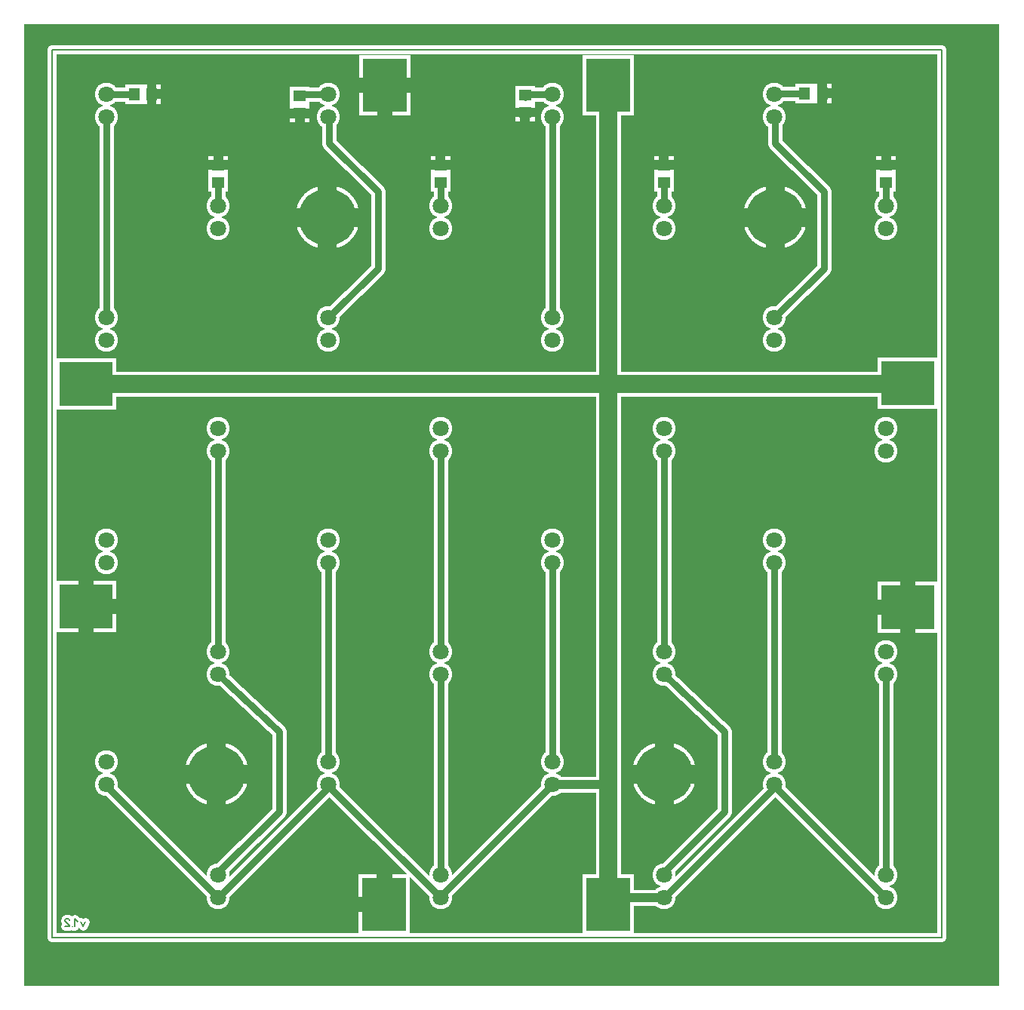
<source format=gbr>
%FSLAX34Y34*%
%MOMM*%
%LNCOPPER_BOTTOM*%
G71*
G01*
%ADD10R, 2.20X2.10*%
%ADD11R, 2.10X2.20*%
%ADD12C, 2.60*%
%ADD13R, 6.80X5.80*%
%ADD14R, 5.80X6.80*%
%ADD15C, 1.60*%
%ADD16C, 1.80*%
%ADD17C, 2.80*%
%ADD18C, 1.40*%
%ADD19C, 1.00*%
%ADD20C, 0.96*%
%ADD21C, 7.20*%
%ADD22C, 1.09*%
%ADD23C, 1.70*%
%ADD24C, 0.60*%
%ADD25C, 2.13*%
%ADD26C, 0.20*%
%ADD27R, 1.40X1.30*%
%ADD28R, 1.30X1.40*%
%ADD29C, 1.80*%
%ADD30R, 6.00X5.00*%
%ADD31R, 5.00X6.00*%
%ADD32C, 0.80*%
%ADD33C, 2.00*%
%ADD34C, 0.60*%
%ADD35C, 0.16*%
%ADD36C, 6.40*%
%LPD*%
G36*
X-31353Y1025400D02*
X1062647Y1025400D01*
X1062647Y-54600D01*
X-31353Y-54600D01*
X-31353Y1025400D01*
G37*
%LPC*%
X935434Y866775D02*
G54D10*
D03*
X935434Y846981D02*
G54D10*
D03*
X686197Y866775D02*
G54D10*
D03*
X686197Y846981D02*
G54D10*
D03*
X435372Y866775D02*
G54D10*
D03*
X435372Y846981D02*
G54D10*
D03*
X186134Y866775D02*
G54D10*
D03*
X186134Y846981D02*
G54D10*
D03*
X277813Y924770D02*
G54D10*
D03*
X277813Y944563D02*
G54D10*
D03*
X530225Y925959D02*
G54D10*
D03*
X530225Y945356D02*
G54D10*
D03*
X863972Y947366D02*
G54D11*
D03*
X844178Y947366D02*
G54D11*
D03*
X111497Y946572D02*
G54D11*
D03*
X91703Y946572D02*
G54D11*
D03*
X435372Y571500D02*
G54D12*
D03*
X435372Y546100D02*
G54D12*
D03*
X686197Y571500D02*
G54D12*
D03*
X686197Y546100D02*
G54D12*
D03*
X935434Y571500D02*
G54D12*
D03*
X935434Y546100D02*
G54D12*
D03*
X186134Y571500D02*
G54D12*
D03*
X186134Y546100D02*
G54D12*
D03*
X435372Y320675D02*
G54D12*
D03*
X435372Y295275D02*
G54D12*
D03*
X686197Y320675D02*
G54D12*
D03*
X686197Y295275D02*
G54D12*
D03*
X935434Y320675D02*
G54D12*
D03*
X935434Y295275D02*
G54D12*
D03*
X186134Y320675D02*
G54D12*
D03*
X186134Y295275D02*
G54D12*
D03*
X435372Y69850D02*
G54D12*
D03*
X435372Y44450D02*
G54D12*
D03*
X686197Y69850D02*
G54D12*
D03*
X686197Y44450D02*
G54D12*
D03*
X935434Y69850D02*
G54D12*
D03*
X935434Y44450D02*
G54D12*
D03*
X186134Y69850D02*
G54D12*
D03*
X186134Y44450D02*
G54D12*
D03*
X309960Y196850D02*
G54D12*
D03*
X309960Y171450D02*
G54D12*
D03*
X560784Y196850D02*
G54D12*
D03*
X560784Y171450D02*
G54D12*
D03*
X810022Y196850D02*
G54D12*
D03*
X810022Y171450D02*
G54D12*
D03*
X60722Y196850D02*
G54D12*
D03*
X60722Y171450D02*
G54D12*
D03*
X309960Y446088D02*
G54D12*
D03*
X309960Y420688D02*
G54D12*
D03*
X560784Y446088D02*
G54D12*
D03*
X560784Y420688D02*
G54D12*
D03*
X810022Y446088D02*
G54D12*
D03*
X810022Y420688D02*
G54D12*
D03*
X60722Y446088D02*
G54D12*
D03*
X60722Y420688D02*
G54D12*
D03*
X309960Y695325D02*
G54D12*
D03*
X309960Y669925D02*
G54D12*
D03*
X560784Y695325D02*
G54D12*
D03*
X560784Y669925D02*
G54D12*
D03*
X810022Y695325D02*
G54D12*
D03*
X810022Y669925D02*
G54D12*
D03*
X60722Y695325D02*
G54D12*
D03*
X60722Y669925D02*
G54D12*
D03*
X435372Y820738D02*
G54D12*
D03*
X435372Y795338D02*
G54D12*
D03*
X686197Y820738D02*
G54D12*
D03*
X686197Y795338D02*
G54D12*
D03*
X935434Y820738D02*
G54D12*
D03*
X935434Y795338D02*
G54D12*
D03*
X186134Y820738D02*
G54D12*
D03*
X186134Y795338D02*
G54D12*
D03*
X309960Y946150D02*
G54D12*
D03*
X309960Y920750D02*
G54D12*
D03*
X560784Y946150D02*
G54D12*
D03*
X560784Y920750D02*
G54D12*
D03*
X810022Y946150D02*
G54D12*
D03*
X810022Y920750D02*
G54D12*
D03*
X60722Y946150D02*
G54D12*
D03*
X60722Y920750D02*
G54D12*
D03*
X37703Y620712D02*
G54D13*
D03*
X623491Y956469D02*
G54D14*
D03*
X960041Y622300D02*
G54D13*
D03*
X372666Y37306D02*
G54D14*
D03*
X623491Y37306D02*
G54D14*
D03*
X960041Y370681D02*
G54D13*
D03*
X37703Y371474D02*
G54D13*
D03*
X373459Y956467D02*
G54D14*
D03*
G54D15*
X309960Y946150D02*
X279399Y946150D01*
X277813Y944563D01*
G54D15*
X91703Y946572D02*
X58762Y946572D01*
G54D15*
X844178Y947366D02*
X810022Y946944D01*
G54D15*
X560784Y946150D02*
X533400Y946150D01*
X530225Y942975D01*
G54D15*
X686197Y820738D02*
X686197Y846981D01*
G54D15*
X935434Y820738D02*
X935434Y846981D01*
G54D15*
X435372Y820738D02*
X435372Y846981D01*
G54D15*
X186134Y820738D02*
X186134Y846981D01*
G54D16*
X686197Y44450D02*
X630634Y44450D01*
X623491Y37306D01*
G54D17*
X623491Y956469D02*
X623491Y37306D01*
G54D17*
X37703Y620712D02*
X958453Y620712D01*
X960041Y622300D01*
G54D15*
X60722Y920750D02*
X60722Y695325D01*
G54D15*
X560784Y920750D02*
X560784Y695325D01*
G54D15*
X810022Y420688D02*
X810022Y195262D01*
G54D15*
X935434Y295275D02*
X935434Y69850D01*
G54D15*
X686197Y546100D02*
X686197Y320675D01*
G54D15*
X435372Y546100D02*
X435372Y320675D01*
G54D15*
X435372Y295275D02*
X435372Y69850D01*
G54D15*
X309960Y420688D02*
X309960Y195262D01*
G54D15*
X186134Y546100D02*
X186134Y320675D01*
G54D15*
X560784Y420688D02*
X560784Y195262D01*
G54D15*
X309960Y695325D02*
X365522Y750888D01*
X365522Y836612D01*
X310753Y891381D01*
X310753Y919956D01*
X309960Y920750D01*
G54D15*
X810022Y695325D02*
X865584Y750888D01*
X865584Y836612D01*
X810816Y891381D01*
X810816Y919956D01*
X810022Y920750D01*
G54D15*
X186134Y69850D02*
X186134Y73025D01*
X254397Y141288D01*
X254397Y230981D01*
X186134Y295275D01*
G54D15*
X686197Y69850D02*
X686197Y73025D01*
X754460Y141288D01*
X754460Y230981D01*
X686197Y295275D01*
G54D15*
X309960Y171450D02*
X309960Y169862D01*
X435372Y44450D01*
X435372Y46038D01*
X560784Y171450D01*
G54D15*
X810022Y171450D02*
X810022Y169862D01*
X935434Y44450D01*
G54D15*
X810022Y171450D02*
X810022Y168275D01*
X686197Y44450D01*
G54D16*
X560784Y171450D02*
X621903Y171450D01*
X622697Y170656D01*
G54D15*
X309960Y171450D02*
X309960Y168275D01*
X186134Y44450D01*
G54D15*
X60722Y171450D02*
X60722Y169862D01*
X186134Y44450D01*
X362346Y946942D02*
G54D18*
D03*
X362346Y969167D02*
G54D18*
D03*
G54D19*
X0Y996156D02*
X998141Y996156D01*
X998141Y0D01*
X0Y0D01*
X0Y996156D01*
G54D20*
X37277Y17257D02*
X34610Y12257D01*
X31944Y17257D01*
G54D20*
X28833Y17813D02*
X25500Y21146D01*
X25500Y12257D01*
G54D20*
X22389Y12257D02*
X22389Y12257D01*
G54D20*
X13945Y12257D02*
X19278Y12257D01*
X19278Y12813D01*
X18611Y13924D01*
X14611Y17257D01*
X13945Y18368D01*
X13945Y19480D01*
X14611Y20590D01*
X15945Y21146D01*
X17278Y21146D01*
X18611Y20590D01*
X19278Y19480D01*
X811118Y808133D02*
G54D21*
D03*
X835118Y808133D02*
G54D18*
D03*
X828088Y791162D02*
G54D18*
D03*
X811118Y784133D02*
G54D18*
D03*
X794147Y791162D02*
G54D18*
D03*
X787118Y808133D02*
G54D18*
D03*
X794147Y825104D02*
G54D18*
D03*
X811118Y832133D02*
G54D18*
D03*
X828088Y825104D02*
G54D18*
D03*
X308559Y808038D02*
G54D21*
D03*
X332559Y808038D02*
G54D18*
D03*
X325530Y791068D02*
G54D18*
D03*
X308559Y784038D02*
G54D18*
D03*
X291588Y791068D02*
G54D18*
D03*
X284559Y808038D02*
G54D18*
D03*
X291588Y825009D02*
G54D18*
D03*
X308559Y832038D02*
G54D18*
D03*
X325530Y825009D02*
G54D18*
D03*
X686613Y183149D02*
G54D21*
D03*
X710613Y183149D02*
G54D18*
D03*
X703584Y166179D02*
G54D18*
D03*
X686613Y159149D02*
G54D18*
D03*
X669642Y166179D02*
G54D18*
D03*
X662613Y183149D02*
G54D18*
D03*
X669642Y200120D02*
G54D18*
D03*
X686613Y207150D02*
G54D18*
D03*
X703584Y200120D02*
G54D18*
D03*
X184054Y183054D02*
G54D21*
D03*
X208054Y183054D02*
G54D18*
D03*
X201025Y166084D02*
G54D18*
D03*
X184054Y159054D02*
G54D18*
D03*
X167084Y166084D02*
G54D18*
D03*
X160054Y183054D02*
G54D18*
D03*
X167084Y200025D02*
G54D18*
D03*
X184054Y207054D02*
G54D18*
D03*
X201025Y200025D02*
G54D18*
D03*
X383381Y946942D02*
G54D18*
D03*
X383381Y969167D02*
G54D18*
D03*
X23416Y380602D02*
G54D18*
D03*
X45640Y380602D02*
G54D18*
D03*
X23416Y359568D02*
G54D18*
D03*
X45640Y359568D02*
G54D18*
D03*
X364332Y22225D02*
G54D18*
D03*
X364332Y44450D02*
G54D18*
D03*
X385366Y22225D02*
G54D18*
D03*
X385366Y44450D02*
G54D18*
D03*
X951310Y379015D02*
G54D18*
D03*
X973535Y379015D02*
G54D18*
D03*
X951310Y357981D02*
G54D18*
D03*
X973535Y357981D02*
G54D18*
D03*
%LPD*%
G54D22*
G36*
X935434Y872214D02*
X946934Y872214D01*
X946934Y861336D01*
X935434Y861336D01*
X935434Y872214D01*
G37*
G36*
X935434Y861336D02*
X923934Y861336D01*
X923934Y872214D01*
X935434Y872214D01*
X935434Y861336D01*
G37*
G36*
X929996Y866775D02*
X929996Y877775D01*
X940873Y877775D01*
X940873Y866775D01*
X929996Y866775D01*
G37*
G54D22*
G36*
X686197Y872214D02*
X697697Y872214D01*
X697697Y861336D01*
X686197Y861336D01*
X686197Y872214D01*
G37*
G36*
X686197Y861336D02*
X674697Y861336D01*
X674697Y872214D01*
X686197Y872214D01*
X686197Y861336D01*
G37*
G36*
X680758Y866775D02*
X680758Y877775D01*
X691636Y877775D01*
X691636Y866775D01*
X680758Y866775D01*
G37*
G54D22*
G36*
X435372Y872214D02*
X446872Y872214D01*
X446872Y861336D01*
X435372Y861336D01*
X435372Y872214D01*
G37*
G36*
X435372Y861336D02*
X423872Y861336D01*
X423872Y872214D01*
X435372Y872214D01*
X435372Y861336D01*
G37*
G36*
X429934Y866775D02*
X429934Y877775D01*
X440810Y877775D01*
X440810Y866775D01*
X429934Y866775D01*
G37*
G54D22*
G36*
X186134Y872214D02*
X197634Y872214D01*
X197634Y861336D01*
X186134Y861336D01*
X186134Y872214D01*
G37*
G36*
X186134Y861336D02*
X174634Y861336D01*
X174634Y872214D01*
X186134Y872214D01*
X186134Y861336D01*
G37*
G36*
X180696Y866775D02*
X180696Y877775D01*
X191573Y877775D01*
X191573Y866775D01*
X180696Y866775D01*
G37*
G54D22*
G36*
X277813Y919331D02*
X266313Y919331D01*
X266313Y930208D01*
X277813Y930208D01*
X277813Y919331D01*
G37*
G36*
X277813Y930208D02*
X289313Y930208D01*
X289313Y919331D01*
X277813Y919331D01*
X277813Y930208D01*
G37*
G36*
X283251Y924770D02*
X283251Y913770D01*
X272374Y913770D01*
X272374Y924770D01*
X283251Y924770D01*
G37*
G54D22*
G36*
X530225Y920521D02*
X518725Y920521D01*
X518725Y931398D01*
X530225Y931398D01*
X530225Y920521D01*
G37*
G36*
X530225Y931398D02*
X541725Y931398D01*
X541725Y920521D01*
X530225Y920521D01*
X530225Y931398D01*
G37*
G36*
X535664Y925959D02*
X535664Y914959D01*
X524787Y914959D01*
X524787Y925959D01*
X535664Y925959D01*
G37*
G54D22*
G36*
X869411Y947366D02*
X869411Y935866D01*
X858534Y935866D01*
X858534Y947366D01*
X869411Y947366D01*
G37*
G36*
X858534Y947366D02*
X858534Y958866D01*
X869411Y958866D01*
X869411Y947366D01*
X858534Y947366D01*
G37*
G36*
X863972Y952804D02*
X874972Y952804D01*
X874972Y941927D01*
X863972Y941927D01*
X863972Y952804D01*
G37*
G54D22*
G36*
X116936Y946572D02*
X116936Y935072D01*
X106059Y935072D01*
X106059Y946572D01*
X116936Y946572D01*
G37*
G36*
X106059Y946572D02*
X106059Y958072D01*
X116936Y958072D01*
X116936Y946572D01*
X106059Y946572D01*
G37*
G36*
X111497Y952010D02*
X122497Y952010D01*
X122497Y941133D01*
X111497Y941133D01*
X111497Y952010D01*
G37*
G54D23*
G36*
X364166Y37306D02*
X364166Y71806D01*
X381166Y71806D01*
X381166Y37306D01*
X364166Y37306D01*
G37*
G36*
X372666Y28806D02*
X343166Y28806D01*
X343166Y45806D01*
X372666Y45806D01*
X372666Y28806D01*
G37*
G54D23*
G36*
X960041Y362181D02*
X925541Y362181D01*
X925541Y379181D01*
X960041Y379181D01*
X960041Y362181D01*
G37*
G36*
X951541Y370681D02*
X951541Y400181D01*
X968541Y400181D01*
X968541Y370681D01*
X951541Y370681D01*
G37*
G36*
X968541Y370681D02*
X968541Y341181D01*
X951541Y341181D01*
X951541Y370681D01*
X968541Y370681D01*
G37*
G54D23*
G36*
X37703Y379974D02*
X72203Y379974D01*
X72203Y362974D01*
X37703Y362974D01*
X37703Y379974D01*
G37*
G36*
X46203Y371474D02*
X46203Y341974D01*
X29203Y341974D01*
X29203Y371474D01*
X46203Y371474D01*
G37*
G36*
X29203Y371474D02*
X29203Y400974D01*
X46203Y400974D01*
X46203Y371474D01*
X29203Y371474D01*
G37*
G54D23*
G36*
X381959Y956467D02*
X381959Y921967D01*
X364959Y921967D01*
X364959Y956467D01*
X381959Y956467D01*
G37*
G36*
X373459Y947967D02*
X343959Y947967D01*
X343959Y964967D01*
X373459Y964967D01*
X373459Y947967D01*
G37*
G36*
X373459Y964967D02*
X402959Y964967D01*
X402959Y947967D01*
X373459Y947967D01*
X373459Y964967D01*
G37*
G54D24*
G36*
X359346Y946942D02*
X359346Y954442D01*
X365346Y954442D01*
X365346Y946942D01*
X359346Y946942D01*
G37*
G36*
X362346Y949942D02*
X369846Y949942D01*
X369846Y943942D01*
X362346Y943942D01*
X362346Y949942D01*
G37*
G36*
X365346Y946942D02*
X365346Y939442D01*
X359346Y939442D01*
X359346Y946942D01*
X365346Y946942D01*
G37*
G36*
X362346Y943942D02*
X354846Y943942D01*
X354846Y949942D01*
X362346Y949942D01*
X362346Y943942D01*
G37*
G54D24*
G36*
X359346Y969167D02*
X359346Y976667D01*
X365346Y976667D01*
X365346Y969167D01*
X359346Y969167D01*
G37*
G36*
X362346Y972167D02*
X369846Y972167D01*
X369846Y966167D01*
X362346Y966167D01*
X362346Y972167D01*
G37*
G36*
X365346Y969167D02*
X365346Y961667D01*
X359346Y961667D01*
X359346Y969167D01*
X365346Y969167D01*
G37*
G36*
X362346Y966167D02*
X354846Y966167D01*
X354846Y972167D01*
X362346Y972167D01*
X362346Y966167D01*
G37*
G54D25*
G36*
X800451Y808133D02*
X800451Y844633D01*
X821784Y844633D01*
X821784Y808133D01*
X800451Y808133D01*
G37*
G36*
X811118Y818800D02*
X847618Y818800D01*
X847618Y797466D01*
X811118Y797466D01*
X811118Y818800D01*
G37*
G36*
X821784Y808133D02*
X821784Y771633D01*
X800451Y771633D01*
X800451Y808133D01*
X821784Y808133D01*
G37*
G36*
X811118Y797466D02*
X774618Y797466D01*
X774618Y818800D01*
X811118Y818800D01*
X811118Y797466D01*
G37*
G54D26*
G36*
X834118Y808133D02*
X834118Y815633D01*
X836118Y815633D01*
X836118Y808133D01*
X834118Y808133D01*
G37*
G36*
X835118Y809133D02*
X842618Y809133D01*
X842618Y807133D01*
X835118Y807133D01*
X835118Y809133D01*
G37*
G36*
X836118Y808133D02*
X836118Y800633D01*
X834118Y800633D01*
X834118Y808133D01*
X836118Y808133D01*
G37*
G36*
X835118Y807133D02*
X827618Y807133D01*
X827618Y809133D01*
X835118Y809133D01*
X835118Y807133D01*
G37*
G54D26*
G36*
X827088Y791162D02*
X827088Y798662D01*
X829088Y798662D01*
X829088Y791162D01*
X827088Y791162D01*
G37*
G36*
X828088Y792162D02*
X835588Y792162D01*
X835588Y790162D01*
X828088Y790162D01*
X828088Y792162D01*
G37*
G36*
X829088Y791162D02*
X829088Y783662D01*
X827088Y783662D01*
X827088Y791162D01*
X829088Y791162D01*
G37*
G36*
X828088Y790162D02*
X820588Y790162D01*
X820588Y792162D01*
X828088Y792162D01*
X828088Y790162D01*
G37*
G54D26*
G36*
X810118Y784133D02*
X810118Y791633D01*
X812118Y791633D01*
X812118Y784133D01*
X810118Y784133D01*
G37*
G36*
X811118Y785133D02*
X818618Y785133D01*
X818618Y783133D01*
X811118Y783133D01*
X811118Y785133D01*
G37*
G36*
X812118Y784133D02*
X812118Y776633D01*
X810118Y776633D01*
X810118Y784133D01*
X812118Y784133D01*
G37*
G36*
X811118Y783133D02*
X803618Y783133D01*
X803618Y785133D01*
X811118Y785133D01*
X811118Y783133D01*
G37*
G54D26*
G36*
X793147Y791162D02*
X793147Y798662D01*
X795147Y798662D01*
X795147Y791162D01*
X793147Y791162D01*
G37*
G36*
X794147Y792162D02*
X801647Y792162D01*
X801647Y790162D01*
X794147Y790162D01*
X794147Y792162D01*
G37*
G36*
X795147Y791162D02*
X795147Y783662D01*
X793147Y783662D01*
X793147Y791162D01*
X795147Y791162D01*
G37*
G36*
X794147Y790162D02*
X786647Y790162D01*
X786647Y792162D01*
X794147Y792162D01*
X794147Y790162D01*
G37*
G54D26*
G36*
X786118Y808133D02*
X786118Y815633D01*
X788118Y815633D01*
X788118Y808133D01*
X786118Y808133D01*
G37*
G36*
X787118Y809133D02*
X794618Y809133D01*
X794618Y807133D01*
X787118Y807133D01*
X787118Y809133D01*
G37*
G36*
X788118Y808133D02*
X788118Y800633D01*
X786118Y800633D01*
X786118Y808133D01*
X788118Y808133D01*
G37*
G36*
X787118Y807133D02*
X779618Y807133D01*
X779618Y809133D01*
X787118Y809133D01*
X787118Y807133D01*
G37*
G54D26*
G36*
X793147Y825104D02*
X793147Y832604D01*
X795147Y832604D01*
X795147Y825104D01*
X793147Y825104D01*
G37*
G36*
X794147Y826104D02*
X801647Y826104D01*
X801647Y824104D01*
X794147Y824104D01*
X794147Y826104D01*
G37*
G36*
X795147Y825104D02*
X795147Y817604D01*
X793147Y817604D01*
X793147Y825104D01*
X795147Y825104D01*
G37*
G36*
X794147Y824104D02*
X786647Y824104D01*
X786647Y826104D01*
X794147Y826104D01*
X794147Y824104D01*
G37*
G54D26*
G36*
X810118Y832133D02*
X810118Y839633D01*
X812118Y839633D01*
X812118Y832133D01*
X810118Y832133D01*
G37*
G36*
X811118Y833133D02*
X818618Y833133D01*
X818618Y831133D01*
X811118Y831133D01*
X811118Y833133D01*
G37*
G36*
X812118Y832133D02*
X812118Y824633D01*
X810118Y824633D01*
X810118Y832133D01*
X812118Y832133D01*
G37*
G36*
X811118Y831133D02*
X803618Y831133D01*
X803618Y833133D01*
X811118Y833133D01*
X811118Y831133D01*
G37*
G54D26*
G36*
X827088Y825104D02*
X827088Y832604D01*
X829088Y832604D01*
X829088Y825104D01*
X827088Y825104D01*
G37*
G36*
X828088Y826104D02*
X835588Y826104D01*
X835588Y824104D01*
X828088Y824104D01*
X828088Y826104D01*
G37*
G36*
X829088Y825104D02*
X829088Y817604D01*
X827088Y817604D01*
X827088Y825104D01*
X829088Y825104D01*
G37*
G36*
X828088Y824104D02*
X820588Y824104D01*
X820588Y826104D01*
X828088Y826104D01*
X828088Y824104D01*
G37*
G54D25*
G36*
X297892Y808038D02*
X297892Y844538D01*
X319226Y844538D01*
X319226Y808038D01*
X297892Y808038D01*
G37*
G36*
X308559Y818705D02*
X345059Y818705D01*
X345059Y797371D01*
X308559Y797371D01*
X308559Y818705D01*
G37*
G36*
X319226Y808038D02*
X319226Y771538D01*
X297892Y771538D01*
X297892Y808038D01*
X319226Y808038D01*
G37*
G36*
X308559Y797371D02*
X272059Y797371D01*
X272059Y818705D01*
X308559Y818705D01*
X308559Y797371D01*
G37*
G54D26*
G36*
X331559Y808038D02*
X331559Y815538D01*
X333559Y815538D01*
X333559Y808038D01*
X331559Y808038D01*
G37*
G36*
X332559Y809038D02*
X340059Y809038D01*
X340059Y807038D01*
X332559Y807038D01*
X332559Y809038D01*
G37*
G36*
X333559Y808038D02*
X333559Y800538D01*
X331559Y800538D01*
X331559Y808038D01*
X333559Y808038D01*
G37*
G36*
X332559Y807038D02*
X325059Y807038D01*
X325059Y809038D01*
X332559Y809038D01*
X332559Y807038D01*
G37*
G54D26*
G36*
X324530Y791068D02*
X324530Y798568D01*
X326530Y798568D01*
X326530Y791068D01*
X324530Y791068D01*
G37*
G36*
X325530Y792068D02*
X333030Y792068D01*
X333030Y790068D01*
X325530Y790068D01*
X325530Y792068D01*
G37*
G36*
X326530Y791068D02*
X326530Y783568D01*
X324530Y783568D01*
X324530Y791068D01*
X326530Y791068D01*
G37*
G36*
X325530Y790068D02*
X318030Y790068D01*
X318030Y792068D01*
X325530Y792068D01*
X325530Y790068D01*
G37*
G54D26*
G36*
X307559Y784038D02*
X307559Y791538D01*
X309559Y791538D01*
X309559Y784038D01*
X307559Y784038D01*
G37*
G36*
X308559Y785038D02*
X316059Y785038D01*
X316059Y783038D01*
X308559Y783038D01*
X308559Y785038D01*
G37*
G36*
X309559Y784038D02*
X309559Y776538D01*
X307559Y776538D01*
X307559Y784038D01*
X309559Y784038D01*
G37*
G36*
X308559Y783038D02*
X301059Y783038D01*
X301059Y785038D01*
X308559Y785038D01*
X308559Y783038D01*
G37*
G54D26*
G36*
X290588Y791068D02*
X290588Y798568D01*
X292588Y798568D01*
X292588Y791068D01*
X290588Y791068D01*
G37*
G36*
X291588Y792068D02*
X299088Y792068D01*
X299088Y790068D01*
X291588Y790068D01*
X291588Y792068D01*
G37*
G36*
X292588Y791068D02*
X292588Y783568D01*
X290588Y783568D01*
X290588Y791068D01*
X292588Y791068D01*
G37*
G36*
X291588Y790068D02*
X284088Y790068D01*
X284088Y792068D01*
X291588Y792068D01*
X291588Y790068D01*
G37*
G54D26*
G36*
X283559Y808038D02*
X283559Y815538D01*
X285559Y815538D01*
X285559Y808038D01*
X283559Y808038D01*
G37*
G36*
X284559Y809038D02*
X292059Y809038D01*
X292059Y807038D01*
X284559Y807038D01*
X284559Y809038D01*
G37*
G36*
X285559Y808038D02*
X285559Y800538D01*
X283559Y800538D01*
X283559Y808038D01*
X285559Y808038D01*
G37*
G36*
X284559Y807038D02*
X277059Y807038D01*
X277059Y809038D01*
X284559Y809038D01*
X284559Y807038D01*
G37*
G54D26*
G36*
X290588Y825009D02*
X290588Y832509D01*
X292588Y832509D01*
X292588Y825009D01*
X290588Y825009D01*
G37*
G36*
X291588Y826009D02*
X299088Y826009D01*
X299088Y824009D01*
X291588Y824009D01*
X291588Y826009D01*
G37*
G36*
X292588Y825009D02*
X292588Y817509D01*
X290588Y817509D01*
X290588Y825009D01*
X292588Y825009D01*
G37*
G36*
X291588Y824009D02*
X284088Y824009D01*
X284088Y826009D01*
X291588Y826009D01*
X291588Y824009D01*
G37*
G54D26*
G36*
X307559Y832038D02*
X307559Y839538D01*
X309559Y839538D01*
X309559Y832038D01*
X307559Y832038D01*
G37*
G36*
X308559Y833038D02*
X316059Y833038D01*
X316059Y831038D01*
X308559Y831038D01*
X308559Y833038D01*
G37*
G36*
X309559Y832038D02*
X309559Y824538D01*
X307559Y824538D01*
X307559Y832038D01*
X309559Y832038D01*
G37*
G36*
X308559Y831038D02*
X301059Y831038D01*
X301059Y833038D01*
X308559Y833038D01*
X308559Y831038D01*
G37*
G54D26*
G36*
X324530Y825009D02*
X324530Y832509D01*
X326530Y832509D01*
X326530Y825009D01*
X324530Y825009D01*
G37*
G36*
X325530Y826009D02*
X333030Y826009D01*
X333030Y824009D01*
X325530Y824009D01*
X325530Y826009D01*
G37*
G36*
X326530Y825009D02*
X326530Y817509D01*
X324530Y817509D01*
X324530Y825009D01*
X326530Y825009D01*
G37*
G36*
X325530Y824009D02*
X318030Y824009D01*
X318030Y826009D01*
X325530Y826009D01*
X325530Y824009D01*
G37*
G54D25*
G36*
X675946Y183149D02*
X675946Y219649D01*
X697280Y219649D01*
X697280Y183149D01*
X675946Y183149D01*
G37*
G36*
X686613Y193816D02*
X723113Y193816D01*
X723113Y172483D01*
X686613Y172483D01*
X686613Y193816D01*
G37*
G36*
X697280Y183149D02*
X697280Y146649D01*
X675946Y146649D01*
X675946Y183149D01*
X697280Y183149D01*
G37*
G36*
X686613Y172483D02*
X650113Y172483D01*
X650113Y193816D01*
X686613Y193816D01*
X686613Y172483D01*
G37*
G54D26*
G36*
X709613Y183149D02*
X709613Y190649D01*
X711613Y190649D01*
X711613Y183149D01*
X709613Y183149D01*
G37*
G36*
X710613Y184149D02*
X718113Y184149D01*
X718113Y182149D01*
X710613Y182149D01*
X710613Y184149D01*
G37*
G36*
X711613Y183149D02*
X711613Y175649D01*
X709613Y175649D01*
X709613Y183149D01*
X711613Y183149D01*
G37*
G36*
X710613Y182149D02*
X703113Y182149D01*
X703113Y184149D01*
X710613Y184149D01*
X710613Y182149D01*
G37*
G54D26*
G36*
X702584Y166179D02*
X702584Y173679D01*
X704584Y173679D01*
X704584Y166179D01*
X702584Y166179D01*
G37*
G36*
X703584Y167179D02*
X711084Y167179D01*
X711084Y165179D01*
X703584Y165179D01*
X703584Y167179D01*
G37*
G36*
X704584Y166179D02*
X704584Y158679D01*
X702584Y158679D01*
X702584Y166179D01*
X704584Y166179D01*
G37*
G36*
X703584Y165179D02*
X696084Y165179D01*
X696084Y167179D01*
X703584Y167179D01*
X703584Y165179D01*
G37*
G54D26*
G36*
X685613Y159149D02*
X685613Y166649D01*
X687613Y166649D01*
X687613Y159149D01*
X685613Y159149D01*
G37*
G36*
X686613Y160149D02*
X694113Y160149D01*
X694113Y158149D01*
X686613Y158149D01*
X686613Y160149D01*
G37*
G36*
X687613Y159149D02*
X687613Y151649D01*
X685613Y151649D01*
X685613Y159149D01*
X687613Y159149D01*
G37*
G36*
X686613Y158149D02*
X679113Y158149D01*
X679113Y160149D01*
X686613Y160149D01*
X686613Y158149D01*
G37*
G54D26*
G36*
X668642Y166179D02*
X668642Y173679D01*
X670642Y173679D01*
X670642Y166179D01*
X668642Y166179D01*
G37*
G36*
X669642Y167179D02*
X677142Y167179D01*
X677142Y165179D01*
X669642Y165179D01*
X669642Y167179D01*
G37*
G36*
X670642Y166179D02*
X670642Y158679D01*
X668642Y158679D01*
X668642Y166179D01*
X670642Y166179D01*
G37*
G36*
X669642Y165179D02*
X662142Y165179D01*
X662142Y167179D01*
X669642Y167179D01*
X669642Y165179D01*
G37*
G54D26*
G36*
X661613Y183149D02*
X661613Y190649D01*
X663613Y190649D01*
X663613Y183149D01*
X661613Y183149D01*
G37*
G36*
X662613Y184149D02*
X670113Y184149D01*
X670113Y182149D01*
X662613Y182149D01*
X662613Y184149D01*
G37*
G36*
X663613Y183149D02*
X663613Y175649D01*
X661613Y175649D01*
X661613Y183149D01*
X663613Y183149D01*
G37*
G36*
X662613Y182149D02*
X655113Y182149D01*
X655113Y184149D01*
X662613Y184149D01*
X662613Y182149D01*
G37*
G54D26*
G36*
X668642Y200120D02*
X668642Y207620D01*
X670642Y207620D01*
X670642Y200120D01*
X668642Y200120D01*
G37*
G36*
X669642Y201120D02*
X677142Y201120D01*
X677142Y199120D01*
X669642Y199120D01*
X669642Y201120D01*
G37*
G36*
X670642Y200120D02*
X670642Y192620D01*
X668642Y192620D01*
X668642Y200120D01*
X670642Y200120D01*
G37*
G36*
X669642Y199120D02*
X662142Y199120D01*
X662142Y201120D01*
X669642Y201120D01*
X669642Y199120D01*
G37*
G54D26*
G36*
X685613Y207150D02*
X685613Y214650D01*
X687613Y214650D01*
X687613Y207150D01*
X685613Y207150D01*
G37*
G36*
X686613Y208150D02*
X694113Y208150D01*
X694113Y206150D01*
X686613Y206150D01*
X686613Y208150D01*
G37*
G36*
X687613Y207150D02*
X687613Y199650D01*
X685613Y199650D01*
X685613Y207150D01*
X687613Y207150D01*
G37*
G36*
X686613Y206150D02*
X679113Y206150D01*
X679113Y208150D01*
X686613Y208150D01*
X686613Y206150D01*
G37*
G54D26*
G36*
X702584Y200120D02*
X702584Y207620D01*
X704584Y207620D01*
X704584Y200120D01*
X702584Y200120D01*
G37*
G36*
X703584Y201120D02*
X711084Y201120D01*
X711084Y199120D01*
X703584Y199120D01*
X703584Y201120D01*
G37*
G36*
X704584Y200120D02*
X704584Y192620D01*
X702584Y192620D01*
X702584Y200120D01*
X704584Y200120D01*
G37*
G36*
X703584Y199120D02*
X696084Y199120D01*
X696084Y201120D01*
X703584Y201120D01*
X703584Y199120D01*
G37*
G54D25*
G36*
X173388Y183054D02*
X173388Y219554D01*
X194721Y219554D01*
X194721Y183054D01*
X173388Y183054D01*
G37*
G36*
X184054Y193721D02*
X220554Y193721D01*
X220554Y172388D01*
X184054Y172388D01*
X184054Y193721D01*
G37*
G36*
X194721Y183054D02*
X194721Y146554D01*
X173388Y146554D01*
X173388Y183054D01*
X194721Y183054D01*
G37*
G36*
X184054Y172388D02*
X147554Y172388D01*
X147554Y193721D01*
X184054Y193721D01*
X184054Y172388D01*
G37*
G54D26*
G36*
X207054Y183054D02*
X207054Y190554D01*
X209054Y190554D01*
X209054Y183054D01*
X207054Y183054D01*
G37*
G36*
X208054Y184054D02*
X215554Y184054D01*
X215554Y182054D01*
X208054Y182054D01*
X208054Y184054D01*
G37*
G36*
X209054Y183054D02*
X209054Y175554D01*
X207054Y175554D01*
X207054Y183054D01*
X209054Y183054D01*
G37*
G36*
X208054Y182054D02*
X200554Y182054D01*
X200554Y184054D01*
X208054Y184054D01*
X208054Y182054D01*
G37*
G54D26*
G36*
X200025Y166084D02*
X200025Y173584D01*
X202025Y173584D01*
X202025Y166084D01*
X200025Y166084D01*
G37*
G36*
X201025Y167084D02*
X208525Y167084D01*
X208525Y165084D01*
X201025Y165084D01*
X201025Y167084D01*
G37*
G36*
X202025Y166084D02*
X202025Y158584D01*
X200025Y158584D01*
X200025Y166084D01*
X202025Y166084D01*
G37*
G36*
X201025Y165084D02*
X193525Y165084D01*
X193525Y167084D01*
X201025Y167084D01*
X201025Y165084D01*
G37*
G54D26*
G36*
X183054Y159054D02*
X183054Y166554D01*
X185054Y166554D01*
X185054Y159054D01*
X183054Y159054D01*
G37*
G36*
X184054Y160054D02*
X191554Y160054D01*
X191554Y158054D01*
X184054Y158054D01*
X184054Y160054D01*
G37*
G36*
X185054Y159054D02*
X185054Y151554D01*
X183054Y151554D01*
X183054Y159054D01*
X185054Y159054D01*
G37*
G36*
X184054Y158054D02*
X176554Y158054D01*
X176554Y160054D01*
X184054Y160054D01*
X184054Y158054D01*
G37*
G54D26*
G36*
X166084Y166084D02*
X166084Y173584D01*
X168084Y173584D01*
X168084Y166084D01*
X166084Y166084D01*
G37*
G36*
X167084Y167084D02*
X174584Y167084D01*
X174584Y165084D01*
X167084Y165084D01*
X167084Y167084D01*
G37*
G36*
X168084Y166084D02*
X168084Y158584D01*
X166084Y158584D01*
X166084Y166084D01*
X168084Y166084D01*
G37*
G36*
X167084Y165084D02*
X159584Y165084D01*
X159584Y167084D01*
X167084Y167084D01*
X167084Y165084D01*
G37*
G54D26*
G36*
X159054Y183054D02*
X159054Y190554D01*
X161054Y190554D01*
X161054Y183054D01*
X159054Y183054D01*
G37*
G36*
X160054Y184054D02*
X167554Y184054D01*
X167554Y182054D01*
X160054Y182054D01*
X160054Y184054D01*
G37*
G36*
X161054Y183054D02*
X161054Y175554D01*
X159054Y175554D01*
X159054Y183054D01*
X161054Y183054D01*
G37*
G36*
X160054Y182054D02*
X152554Y182054D01*
X152554Y184054D01*
X160054Y184054D01*
X160054Y182054D01*
G37*
G54D26*
G36*
X166084Y200025D02*
X166084Y207525D01*
X168084Y207525D01*
X168084Y200025D01*
X166084Y200025D01*
G37*
G36*
X167084Y201025D02*
X174584Y201025D01*
X174584Y199025D01*
X167084Y199025D01*
X167084Y201025D01*
G37*
G36*
X168084Y200025D02*
X168084Y192525D01*
X166084Y192525D01*
X166084Y200025D01*
X168084Y200025D01*
G37*
G36*
X167084Y199025D02*
X159584Y199025D01*
X159584Y201025D01*
X167084Y201025D01*
X167084Y199025D01*
G37*
G54D26*
G36*
X183054Y207054D02*
X183054Y214554D01*
X185054Y214554D01*
X185054Y207054D01*
X183054Y207054D01*
G37*
G36*
X184054Y208054D02*
X191554Y208054D01*
X191554Y206054D01*
X184054Y206054D01*
X184054Y208054D01*
G37*
G36*
X185054Y207054D02*
X185054Y199554D01*
X183054Y199554D01*
X183054Y207054D01*
X185054Y207054D01*
G37*
G36*
X184054Y206054D02*
X176554Y206054D01*
X176554Y208054D01*
X184054Y208054D01*
X184054Y206054D01*
G37*
G54D26*
G36*
X200025Y200025D02*
X200025Y207525D01*
X202025Y207525D01*
X202025Y200025D01*
X200025Y200025D01*
G37*
G36*
X201025Y201025D02*
X208525Y201025D01*
X208525Y199025D01*
X201025Y199025D01*
X201025Y201025D01*
G37*
G36*
X202025Y200025D02*
X202025Y192525D01*
X200025Y192525D01*
X200025Y200025D01*
X202025Y200025D01*
G37*
G36*
X201025Y199025D02*
X193525Y199025D01*
X193525Y201025D01*
X201025Y201025D01*
X201025Y199025D01*
G37*
G54D24*
G36*
X380381Y946942D02*
X380381Y954442D01*
X386381Y954442D01*
X386381Y946942D01*
X380381Y946942D01*
G37*
G36*
X383381Y949942D02*
X390881Y949942D01*
X390881Y943942D01*
X383381Y943942D01*
X383381Y949942D01*
G37*
G36*
X386381Y946942D02*
X386381Y939442D01*
X380381Y939442D01*
X380381Y946942D01*
X386381Y946942D01*
G37*
G36*
X383381Y943942D02*
X375881Y943942D01*
X375881Y949942D01*
X383381Y949942D01*
X383381Y943942D01*
G37*
G54D24*
G36*
X380381Y969167D02*
X380381Y976667D01*
X386381Y976667D01*
X386381Y969167D01*
X380381Y969167D01*
G37*
G36*
X383381Y972167D02*
X390881Y972167D01*
X390881Y966167D01*
X383381Y966167D01*
X383381Y972167D01*
G37*
G36*
X386381Y969167D02*
X386381Y961667D01*
X380381Y961667D01*
X380381Y969167D01*
X386381Y969167D01*
G37*
G36*
X383381Y966167D02*
X375881Y966167D01*
X375881Y972167D01*
X383381Y972167D01*
X383381Y966167D01*
G37*
G54D24*
G36*
X23416Y383602D02*
X30916Y383602D01*
X30916Y377602D01*
X23416Y377602D01*
X23416Y383602D01*
G37*
G36*
X26416Y380602D02*
X26416Y373102D01*
X20416Y373102D01*
X20416Y380602D01*
X26416Y380602D01*
G37*
G36*
X23416Y377602D02*
X15916Y377602D01*
X15916Y383602D01*
X23416Y383602D01*
X23416Y377602D01*
G37*
G36*
X20416Y380602D02*
X20416Y388102D01*
X26416Y388102D01*
X26416Y380602D01*
X20416Y380602D01*
G37*
G54D24*
G36*
X45640Y383602D02*
X53140Y383602D01*
X53140Y377602D01*
X45640Y377602D01*
X45640Y383602D01*
G37*
G36*
X48640Y380602D02*
X48640Y373102D01*
X42640Y373102D01*
X42640Y380602D01*
X48640Y380602D01*
G37*
G36*
X45640Y377602D02*
X38140Y377602D01*
X38140Y383602D01*
X45640Y383602D01*
X45640Y377602D01*
G37*
G36*
X42640Y380602D02*
X42640Y388102D01*
X48640Y388102D01*
X48640Y380602D01*
X42640Y380602D01*
G37*
G54D24*
G36*
X23416Y362568D02*
X30916Y362568D01*
X30916Y356568D01*
X23416Y356568D01*
X23416Y362568D01*
G37*
G36*
X26416Y359568D02*
X26416Y352068D01*
X20416Y352068D01*
X20416Y359568D01*
X26416Y359568D01*
G37*
G36*
X23416Y356568D02*
X15916Y356568D01*
X15916Y362568D01*
X23416Y362568D01*
X23416Y356568D01*
G37*
G36*
X20416Y359568D02*
X20416Y367068D01*
X26416Y367068D01*
X26416Y359568D01*
X20416Y359568D01*
G37*
G54D24*
G36*
X45640Y362568D02*
X53140Y362568D01*
X53140Y356568D01*
X45640Y356568D01*
X45640Y362568D01*
G37*
G36*
X48640Y359568D02*
X48640Y352068D01*
X42640Y352068D01*
X42640Y359568D01*
X48640Y359568D01*
G37*
G36*
X45640Y356568D02*
X38140Y356568D01*
X38140Y362568D01*
X45640Y362568D01*
X45640Y356568D01*
G37*
G36*
X42640Y359568D02*
X42640Y367068D01*
X48640Y367068D01*
X48640Y359568D01*
X42640Y359568D01*
G37*
G54D24*
G36*
X361332Y22225D02*
X361332Y29725D01*
X367332Y29725D01*
X367332Y22225D01*
X361332Y22225D01*
G37*
G36*
X364332Y25225D02*
X371832Y25225D01*
X371832Y19225D01*
X364332Y19225D01*
X364332Y25225D01*
G37*
G36*
X367332Y22225D02*
X367332Y14725D01*
X361332Y14725D01*
X361332Y22225D01*
X367332Y22225D01*
G37*
G36*
X364332Y19225D02*
X356832Y19225D01*
X356832Y25225D01*
X364332Y25225D01*
X364332Y19225D01*
G37*
G54D24*
G36*
X361332Y44450D02*
X361332Y51950D01*
X367332Y51950D01*
X367332Y44450D01*
X361332Y44450D01*
G37*
G36*
X364332Y47450D02*
X371832Y47450D01*
X371832Y41450D01*
X364332Y41450D01*
X364332Y47450D01*
G37*
G36*
X367332Y44450D02*
X367332Y36950D01*
X361332Y36950D01*
X361332Y44450D01*
X367332Y44450D01*
G37*
G36*
X364332Y41450D02*
X356832Y41450D01*
X356832Y47450D01*
X364332Y47450D01*
X364332Y41450D01*
G37*
G54D24*
G36*
X382366Y22225D02*
X382366Y29725D01*
X388366Y29725D01*
X388366Y22225D01*
X382366Y22225D01*
G37*
G36*
X385366Y25225D02*
X392866Y25225D01*
X392866Y19225D01*
X385366Y19225D01*
X385366Y25225D01*
G37*
G36*
X388366Y22225D02*
X388366Y14725D01*
X382366Y14725D01*
X382366Y22225D01*
X388366Y22225D01*
G37*
G36*
X385366Y19225D02*
X377866Y19225D01*
X377866Y25225D01*
X385366Y25225D01*
X385366Y19225D01*
G37*
G54D24*
G36*
X382366Y44450D02*
X382366Y51950D01*
X388366Y51950D01*
X388366Y44450D01*
X382366Y44450D01*
G37*
G36*
X385366Y47450D02*
X392866Y47450D01*
X392866Y41450D01*
X385366Y41450D01*
X385366Y47450D01*
G37*
G36*
X388366Y44450D02*
X388366Y36950D01*
X382366Y36950D01*
X382366Y44450D01*
X388366Y44450D01*
G37*
G36*
X385366Y41450D02*
X377866Y41450D01*
X377866Y47450D01*
X385366Y47450D01*
X385366Y41450D01*
G37*
G54D24*
G36*
X951310Y382015D02*
X958810Y382015D01*
X958810Y376015D01*
X951310Y376015D01*
X951310Y382015D01*
G37*
G36*
X954310Y379015D02*
X954310Y371515D01*
X948310Y371515D01*
X948310Y379015D01*
X954310Y379015D01*
G37*
G36*
X951310Y376015D02*
X943810Y376015D01*
X943810Y382015D01*
X951310Y382015D01*
X951310Y376015D01*
G37*
G36*
X948310Y379015D02*
X948310Y386515D01*
X954310Y386515D01*
X954310Y379015D01*
X948310Y379015D01*
G37*
G54D24*
G36*
X973535Y382015D02*
X981035Y382015D01*
X981035Y376015D01*
X973535Y376015D01*
X973535Y382015D01*
G37*
G36*
X976535Y379015D02*
X976535Y371515D01*
X970535Y371515D01*
X970535Y379015D01*
X976535Y379015D01*
G37*
G36*
X973535Y376015D02*
X966035Y376015D01*
X966035Y382015D01*
X973535Y382015D01*
X973535Y376015D01*
G37*
G36*
X970535Y379015D02*
X970535Y386515D01*
X976535Y386515D01*
X976535Y379015D01*
X970535Y379015D01*
G37*
G54D24*
G36*
X951310Y360981D02*
X958810Y360981D01*
X958810Y354981D01*
X951310Y354981D01*
X951310Y360981D01*
G37*
G36*
X954310Y357981D02*
X954310Y350481D01*
X948310Y350481D01*
X948310Y357981D01*
X954310Y357981D01*
G37*
G36*
X951310Y354981D02*
X943810Y354981D01*
X943810Y360981D01*
X951310Y360981D01*
X951310Y354981D01*
G37*
G36*
X948310Y357981D02*
X948310Y365481D01*
X954310Y365481D01*
X954310Y357981D01*
X948310Y357981D01*
G37*
G54D24*
G36*
X973535Y360981D02*
X981035Y360981D01*
X981035Y354981D01*
X973535Y354981D01*
X973535Y360981D01*
G37*
G36*
X976535Y357981D02*
X976535Y350481D01*
X970535Y350481D01*
X970535Y357981D01*
X976535Y357981D01*
G37*
G36*
X973535Y354981D02*
X966035Y354981D01*
X966035Y360981D01*
X973535Y360981D01*
X973535Y354981D01*
G37*
G36*
X970535Y357981D02*
X970535Y365481D01*
X976535Y365481D01*
X976535Y357981D01*
X970535Y357981D01*
G37*
X935434Y866775D02*
G54D27*
D03*
X935434Y846981D02*
G54D27*
D03*
X686197Y866775D02*
G54D27*
D03*
X686197Y846981D02*
G54D27*
D03*
X435372Y866775D02*
G54D27*
D03*
X435372Y846981D02*
G54D27*
D03*
X186134Y866775D02*
G54D27*
D03*
X186134Y846981D02*
G54D27*
D03*
X277813Y924770D02*
G54D27*
D03*
X277813Y944563D02*
G54D27*
D03*
X530225Y925959D02*
G54D27*
D03*
X530225Y945356D02*
G54D27*
D03*
X863972Y947366D02*
G54D28*
D03*
X844178Y947366D02*
G54D28*
D03*
X111497Y946572D02*
G54D28*
D03*
X91703Y946572D02*
G54D28*
D03*
X435372Y571500D02*
G54D29*
D03*
X435372Y546100D02*
G54D29*
D03*
X686197Y571500D02*
G54D29*
D03*
X686197Y546100D02*
G54D29*
D03*
X935434Y571500D02*
G54D29*
D03*
X935434Y546100D02*
G54D29*
D03*
X186134Y571500D02*
G54D29*
D03*
X186134Y546100D02*
G54D29*
D03*
X435372Y320675D02*
G54D29*
D03*
X435372Y295275D02*
G54D29*
D03*
X686197Y320675D02*
G54D29*
D03*
X686197Y295275D02*
G54D29*
D03*
X935434Y320675D02*
G54D29*
D03*
X935434Y295275D02*
G54D29*
D03*
X186134Y320675D02*
G54D29*
D03*
X186134Y295275D02*
G54D29*
D03*
X435372Y69850D02*
G54D29*
D03*
X435372Y44450D02*
G54D29*
D03*
X686197Y69850D02*
G54D29*
D03*
X686197Y44450D02*
G54D29*
D03*
X935434Y69850D02*
G54D29*
D03*
X935434Y44450D02*
G54D29*
D03*
X186134Y69850D02*
G54D29*
D03*
X186134Y44450D02*
G54D29*
D03*
X309960Y196850D02*
G54D29*
D03*
X309960Y171450D02*
G54D29*
D03*
X560784Y196850D02*
G54D29*
D03*
X560784Y171450D02*
G54D29*
D03*
X810022Y196850D02*
G54D29*
D03*
X810022Y171450D02*
G54D29*
D03*
X60722Y196850D02*
G54D29*
D03*
X60722Y171450D02*
G54D29*
D03*
X309960Y446088D02*
G54D29*
D03*
X309960Y420688D02*
G54D29*
D03*
X560784Y446088D02*
G54D29*
D03*
X560784Y420688D02*
G54D29*
D03*
X810022Y446088D02*
G54D29*
D03*
X810022Y420688D02*
G54D29*
D03*
X60722Y446088D02*
G54D29*
D03*
X60722Y420688D02*
G54D29*
D03*
X309960Y695325D02*
G54D29*
D03*
X309960Y669925D02*
G54D29*
D03*
X560784Y695325D02*
G54D29*
D03*
X560784Y669925D02*
G54D29*
D03*
X810022Y695325D02*
G54D29*
D03*
X810022Y669925D02*
G54D29*
D03*
X60722Y695325D02*
G54D29*
D03*
X60722Y669925D02*
G54D29*
D03*
X435372Y820738D02*
G54D29*
D03*
X435372Y795338D02*
G54D29*
D03*
X686197Y820738D02*
G54D29*
D03*
X686197Y795338D02*
G54D29*
D03*
X935434Y820738D02*
G54D29*
D03*
X935434Y795338D02*
G54D29*
D03*
X186134Y820738D02*
G54D29*
D03*
X186134Y795338D02*
G54D29*
D03*
X309960Y946150D02*
G54D29*
D03*
X309960Y920750D02*
G54D29*
D03*
X560784Y946150D02*
G54D29*
D03*
X560784Y920750D02*
G54D29*
D03*
X810022Y946150D02*
G54D29*
D03*
X810022Y920750D02*
G54D29*
D03*
X60722Y946150D02*
G54D29*
D03*
X60722Y920750D02*
G54D29*
D03*
X37703Y620712D02*
G54D30*
D03*
X623491Y956469D02*
G54D31*
D03*
X960041Y622300D02*
G54D30*
D03*
X372666Y37306D02*
G54D31*
D03*
X623491Y37306D02*
G54D31*
D03*
X960041Y370681D02*
G54D30*
D03*
X37703Y371474D02*
G54D30*
D03*
X373459Y956467D02*
G54D31*
D03*
G54D32*
X309960Y946150D02*
X279399Y946150D01*
X277813Y944563D01*
G54D32*
X91703Y946572D02*
X58762Y946572D01*
G54D32*
X844178Y947366D02*
X810022Y946944D01*
G54D32*
X560784Y946150D02*
X533400Y946150D01*
X530225Y942975D01*
G54D32*
X686197Y820738D02*
X686197Y846981D01*
G54D32*
X935434Y820738D02*
X935434Y846981D01*
G54D32*
X435372Y820738D02*
X435372Y846981D01*
G54D32*
X186134Y820738D02*
X186134Y846981D01*
G54D19*
X686197Y44450D02*
X630634Y44450D01*
X623491Y37306D01*
G54D33*
X623491Y956469D02*
X623491Y37306D01*
G54D33*
X37703Y620712D02*
X958453Y620712D01*
X960041Y622300D01*
G54D32*
X60722Y920750D02*
X60722Y695325D01*
G54D32*
X560784Y920750D02*
X560784Y695325D01*
G54D32*
X810022Y420688D02*
X810022Y195262D01*
G54D32*
X935434Y295275D02*
X935434Y69850D01*
G54D32*
X686197Y546100D02*
X686197Y320675D01*
G54D32*
X435372Y546100D02*
X435372Y320675D01*
G54D32*
X435372Y295275D02*
X435372Y69850D01*
G54D32*
X309960Y420688D02*
X309960Y195262D01*
G54D32*
X186134Y546100D02*
X186134Y320675D01*
G54D32*
X560784Y420688D02*
X560784Y195262D01*
G54D32*
X309960Y695325D02*
X365522Y750888D01*
X365522Y836612D01*
X310753Y891381D01*
X310753Y919956D01*
X309960Y920750D01*
G54D32*
X810022Y695325D02*
X865584Y750888D01*
X865584Y836612D01*
X810816Y891381D01*
X810816Y919956D01*
X810022Y920750D01*
G54D32*
X186134Y69850D02*
X186134Y73025D01*
X254397Y141288D01*
X254397Y230981D01*
X186134Y295275D01*
G54D32*
X686197Y69850D02*
X686197Y73025D01*
X754460Y141288D01*
X754460Y230981D01*
X686197Y295275D01*
G54D32*
X309960Y171450D02*
X309960Y169862D01*
X435372Y44450D01*
X435372Y46038D01*
X560784Y171450D01*
G54D32*
X810022Y171450D02*
X810022Y169862D01*
X935434Y44450D01*
G54D32*
X810022Y171450D02*
X810022Y168275D01*
X686197Y44450D01*
G54D19*
X560784Y171450D02*
X621903Y171450D01*
X622697Y170656D01*
G54D32*
X309960Y171450D02*
X309960Y168275D01*
X186134Y44450D01*
G54D32*
X60722Y171450D02*
X60722Y169862D01*
X186134Y44450D01*
X362346Y946942D02*
G54D34*
D03*
X362346Y969167D02*
G54D34*
D03*
G54D26*
X0Y996156D02*
X998141Y996156D01*
X998141Y0D01*
X0Y0D01*
X0Y996156D01*
G54D35*
X37277Y17257D02*
X34610Y12257D01*
X31944Y17257D01*
G54D35*
X28833Y17813D02*
X25500Y21146D01*
X25500Y12257D01*
G54D35*
X22389Y12257D02*
X22389Y12257D01*
G54D35*
X13945Y12257D02*
X19278Y12257D01*
X19278Y12813D01*
X18611Y13924D01*
X14611Y17257D01*
X13945Y18368D01*
X13945Y19480D01*
X14611Y20590D01*
X15945Y21146D01*
X17278Y21146D01*
X18611Y20590D01*
X19278Y19480D01*
X811118Y808133D02*
G54D36*
D03*
X835118Y808133D02*
G54D34*
D03*
X828088Y791162D02*
G54D34*
D03*
X811118Y784133D02*
G54D34*
D03*
X794147Y791162D02*
G54D34*
D03*
X787118Y808133D02*
G54D34*
D03*
X794147Y825104D02*
G54D34*
D03*
X811118Y832133D02*
G54D34*
D03*
X828088Y825104D02*
G54D34*
D03*
X308559Y808038D02*
G54D36*
D03*
X332559Y808038D02*
G54D34*
D03*
X325530Y791068D02*
G54D34*
D03*
X308559Y784038D02*
G54D34*
D03*
X291588Y791068D02*
G54D34*
D03*
X284559Y808038D02*
G54D34*
D03*
X291588Y825009D02*
G54D34*
D03*
X308559Y832038D02*
G54D34*
D03*
X325530Y825009D02*
G54D34*
D03*
X686613Y183149D02*
G54D36*
D03*
X710613Y183149D02*
G54D34*
D03*
X703584Y166179D02*
G54D34*
D03*
X686613Y159149D02*
G54D34*
D03*
X669642Y166179D02*
G54D34*
D03*
X662613Y183149D02*
G54D34*
D03*
X669642Y200120D02*
G54D34*
D03*
X686613Y207150D02*
G54D34*
D03*
X703584Y200120D02*
G54D34*
D03*
X184054Y183054D02*
G54D36*
D03*
X208054Y183054D02*
G54D34*
D03*
X201025Y166084D02*
G54D34*
D03*
X184054Y159054D02*
G54D34*
D03*
X167084Y166084D02*
G54D34*
D03*
X160054Y183054D02*
G54D34*
D03*
X167084Y200025D02*
G54D34*
D03*
X184054Y207054D02*
G54D34*
D03*
X201025Y200025D02*
G54D34*
D03*
X383381Y946942D02*
G54D34*
D03*
X383381Y969167D02*
G54D34*
D03*
X23416Y380602D02*
G54D34*
D03*
X45640Y380602D02*
G54D34*
D03*
X23416Y359568D02*
G54D34*
D03*
X45640Y359568D02*
G54D34*
D03*
X364332Y22225D02*
G54D34*
D03*
X364332Y44450D02*
G54D34*
D03*
X385366Y22225D02*
G54D34*
D03*
X385366Y44450D02*
G54D34*
D03*
X951310Y379015D02*
G54D34*
D03*
X973535Y379015D02*
G54D34*
D03*
X951310Y357981D02*
G54D34*
D03*
X973535Y357981D02*
G54D34*
D03*
M02*

</source>
